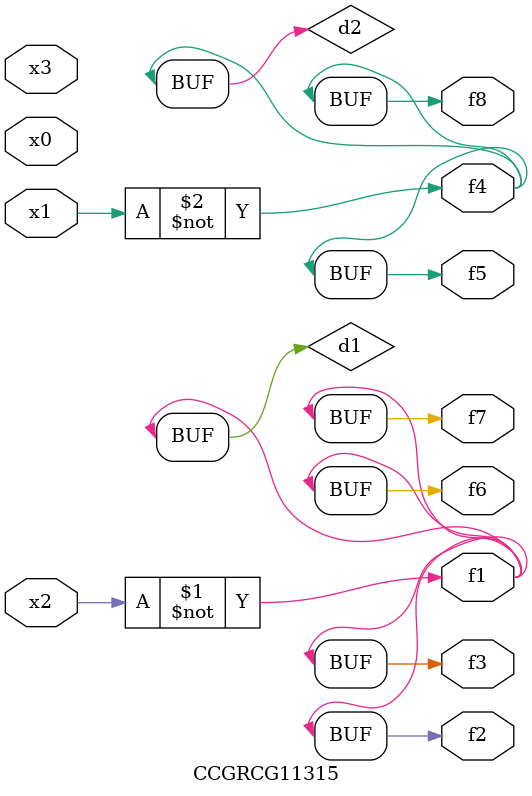
<source format=v>
module CCGRCG11315(
	input x0, x1, x2, x3,
	output f1, f2, f3, f4, f5, f6, f7, f8
);

	wire d1, d2;

	xnor (d1, x2);
	not (d2, x1);
	assign f1 = d1;
	assign f2 = d1;
	assign f3 = d1;
	assign f4 = d2;
	assign f5 = d2;
	assign f6 = d1;
	assign f7 = d1;
	assign f8 = d2;
endmodule

</source>
